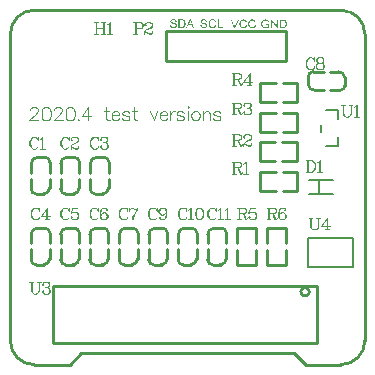
<source format=gto>
G04*
G04 #@! TF.GenerationSoftware,Altium Limited,Altium Designer,18.1.9 (240)*
G04*
G04 Layer_Color=65535*
%FSLAX24Y24*%
%MOIN*%
G70*
G01*
G75*
%ADD10C,0.0098*%
%ADD11C,0.0100*%
%ADD12C,0.0070*%
%ADD13C,0.0059*%
%ADD14C,0.0079*%
%ADD15C,0.0040*%
G36*
X6454Y11509D02*
X6456D01*
X6464Y11508D01*
X6473Y11507D01*
X6482Y11505D01*
X6492Y11502D01*
X6501Y11499D01*
X6502D01*
X6503Y11499D01*
X6504Y11498D01*
X6506Y11497D01*
X6510Y11495D01*
X6515Y11491D01*
X6521Y11487D01*
X6528Y11482D01*
X6533Y11475D01*
X6539Y11468D01*
Y11468D01*
X6539Y11468D01*
X6540Y11466D01*
X6541Y11465D01*
X6543Y11461D01*
X6545Y11455D01*
X6548Y11449D01*
X6550Y11441D01*
X6553Y11433D01*
X6553Y11423D01*
X6517Y11421D01*
Y11421D01*
Y11422D01*
X6516Y11423D01*
X6516Y11425D01*
X6515Y11430D01*
X6513Y11436D01*
X6511Y11443D01*
X6507Y11449D01*
X6502Y11455D01*
X6496Y11461D01*
X6496Y11462D01*
X6493Y11463D01*
X6489Y11466D01*
X6484Y11468D01*
X6477Y11471D01*
X6469Y11473D01*
X6458Y11475D01*
X6446Y11475D01*
X6441D01*
X6438Y11475D01*
X6435Y11475D01*
X6427Y11474D01*
X6419Y11472D01*
X6411Y11470D01*
X6403Y11467D01*
X6399Y11465D01*
X6396Y11463D01*
X6395Y11462D01*
X6394Y11460D01*
X6391Y11458D01*
X6389Y11454D01*
X6386Y11450D01*
X6383Y11445D01*
X6382Y11439D01*
X6381Y11432D01*
Y11431D01*
Y11430D01*
X6381Y11427D01*
X6382Y11423D01*
X6383Y11419D01*
X6385Y11415D01*
X6388Y11411D01*
X6392Y11407D01*
X6392Y11406D01*
X6394Y11405D01*
X6396Y11404D01*
X6397Y11403D01*
X6400Y11402D01*
X6403Y11400D01*
X6407Y11399D01*
X6411Y11397D01*
X6415Y11396D01*
X6421Y11393D01*
X6427Y11392D01*
X6433Y11390D01*
X6441Y11388D01*
X6449Y11386D01*
X6449D01*
X6451Y11386D01*
X6454Y11385D01*
X6456Y11384D01*
X6460Y11383D01*
X6465Y11382D01*
X6469Y11381D01*
X6474Y11380D01*
X6485Y11377D01*
X6496Y11374D01*
X6501Y11372D01*
X6505Y11371D01*
X6509Y11369D01*
X6513Y11368D01*
X6513D01*
X6514Y11367D01*
X6515Y11366D01*
X6517Y11366D01*
X6521Y11363D01*
X6527Y11360D01*
X6533Y11355D01*
X6539Y11350D01*
X6545Y11344D01*
X6550Y11338D01*
X6550Y11337D01*
X6552Y11335D01*
X6554Y11331D01*
X6556Y11326D01*
X6558Y11321D01*
X6560Y11314D01*
X6562Y11306D01*
X6562Y11297D01*
Y11297D01*
Y11297D01*
Y11295D01*
Y11294D01*
X6561Y11289D01*
X6560Y11283D01*
X6559Y11277D01*
X6557Y11270D01*
X6553Y11262D01*
X6549Y11254D01*
Y11254D01*
X6548Y11253D01*
X6546Y11251D01*
X6543Y11247D01*
X6539Y11243D01*
X6534Y11238D01*
X6527Y11232D01*
X6520Y11227D01*
X6511Y11223D01*
X6511D01*
X6510Y11222D01*
X6508Y11222D01*
X6507Y11221D01*
X6504Y11220D01*
X6501Y11219D01*
X6495Y11217D01*
X6487Y11215D01*
X6477Y11213D01*
X6467Y11212D01*
X6456Y11212D01*
X6449D01*
X6446Y11212D01*
X6442D01*
X6438Y11213D01*
X6433Y11213D01*
X6422Y11215D01*
X6412Y11216D01*
X6401Y11219D01*
X6390Y11223D01*
X6390D01*
X6389Y11223D01*
X6388Y11224D01*
X6386Y11225D01*
X6381Y11227D01*
X6375Y11231D01*
X6369Y11236D01*
X6362Y11242D01*
X6355Y11249D01*
X6349Y11257D01*
Y11257D01*
X6348Y11258D01*
X6347Y11260D01*
X6346Y11261D01*
X6345Y11263D01*
X6344Y11266D01*
X6341Y11272D01*
X6338Y11280D01*
X6336Y11289D01*
X6334Y11299D01*
X6333Y11309D01*
X6369Y11312D01*
Y11312D01*
Y11312D01*
X6370Y11310D01*
Y11309D01*
X6370Y11305D01*
X6372Y11299D01*
X6373Y11294D01*
X6375Y11288D01*
X6378Y11282D01*
X6381Y11277D01*
X6381Y11276D01*
X6382Y11274D01*
X6385Y11272D01*
X6388Y11269D01*
X6392Y11265D01*
X6397Y11261D01*
X6403Y11257D01*
X6409Y11254D01*
X6410D01*
X6410Y11254D01*
X6412Y11253D01*
X6413Y11253D01*
X6417Y11252D01*
X6422Y11250D01*
X6429Y11248D01*
X6436Y11247D01*
X6445Y11246D01*
X6454Y11246D01*
X6458D01*
X6462Y11246D01*
X6467Y11247D01*
X6473Y11247D01*
X6479Y11248D01*
X6486Y11250D01*
X6492Y11252D01*
X6493Y11252D01*
X6495Y11253D01*
X6498Y11255D01*
X6502Y11257D01*
X6506Y11260D01*
X6510Y11262D01*
X6514Y11266D01*
X6517Y11270D01*
X6518Y11270D01*
X6518Y11272D01*
X6520Y11274D01*
X6521Y11277D01*
X6523Y11281D01*
X6524Y11285D01*
X6525Y11289D01*
X6526Y11294D01*
Y11295D01*
Y11297D01*
X6525Y11299D01*
X6525Y11303D01*
X6523Y11306D01*
X6522Y11310D01*
X6520Y11314D01*
X6517Y11318D01*
X6517Y11319D01*
X6516Y11320D01*
X6514Y11322D01*
X6511Y11324D01*
X6508Y11326D01*
X6503Y11329D01*
X6498Y11332D01*
X6491Y11335D01*
X6491Y11335D01*
X6489Y11336D01*
X6486Y11337D01*
X6484Y11337D01*
X6481Y11338D01*
X6478Y11339D01*
X6474Y11340D01*
X6470Y11341D01*
X6465Y11343D01*
X6460Y11344D01*
X6454Y11346D01*
X6447Y11347D01*
X6440Y11349D01*
X6440D01*
X6439Y11349D01*
X6436Y11350D01*
X6434Y11351D01*
X6431Y11351D01*
X6427Y11352D01*
X6419Y11355D01*
X6409Y11358D01*
X6400Y11361D01*
X6392Y11364D01*
X6388Y11365D01*
X6385Y11367D01*
X6384D01*
X6384Y11367D01*
X6381Y11369D01*
X6377Y11371D01*
X6373Y11374D01*
X6368Y11378D01*
X6363Y11383D01*
X6358Y11388D01*
X6354Y11394D01*
X6354Y11395D01*
X6352Y11397D01*
X6351Y11400D01*
X6349Y11404D01*
X6347Y11410D01*
X6346Y11416D01*
X6345Y11423D01*
X6344Y11430D01*
Y11430D01*
Y11430D01*
Y11432D01*
Y11433D01*
X6345Y11438D01*
X6346Y11443D01*
X6347Y11449D01*
X6349Y11456D01*
X6352Y11463D01*
X6356Y11470D01*
Y11471D01*
X6357Y11471D01*
X6359Y11474D01*
X6362Y11477D01*
X6365Y11481D01*
X6370Y11486D01*
X6377Y11491D01*
X6384Y11495D01*
X6392Y11500D01*
X6393D01*
X6394Y11500D01*
X6395Y11500D01*
X6397Y11501D01*
X6399Y11502D01*
X6402Y11503D01*
X6408Y11505D01*
X6416Y11506D01*
X6425Y11508D01*
X6434Y11509D01*
X6445Y11510D01*
X6451D01*
X6454Y11509D01*
D02*
G37*
G36*
X6746D02*
X6750Y11509D01*
X6754Y11508D01*
X6759Y11508D01*
X6764Y11507D01*
X6776Y11504D01*
X6788Y11500D01*
X6794Y11498D01*
X6800Y11495D01*
X6806Y11491D01*
X6812Y11487D01*
X6812Y11487D01*
X6813Y11487D01*
X6815Y11485D01*
X6817Y11483D01*
X6819Y11481D01*
X6822Y11478D01*
X6825Y11475D01*
X6828Y11472D01*
X6831Y11468D01*
X6835Y11463D01*
X6838Y11458D01*
X6842Y11452D01*
X6845Y11446D01*
X6848Y11440D01*
X6850Y11433D01*
X6853Y11425D01*
X6815Y11417D01*
Y11417D01*
X6815Y11418D01*
X6814Y11420D01*
X6813Y11422D01*
X6813Y11424D01*
X6811Y11428D01*
X6808Y11434D01*
X6804Y11442D01*
X6799Y11449D01*
X6793Y11456D01*
X6786Y11463D01*
X6785Y11463D01*
X6783Y11465D01*
X6778Y11467D01*
X6773Y11470D01*
X6766Y11473D01*
X6758Y11475D01*
X6748Y11477D01*
X6738Y11477D01*
X6735D01*
X6733Y11477D01*
X6730D01*
X6726Y11476D01*
X6719Y11475D01*
X6710Y11473D01*
X6701Y11470D01*
X6691Y11466D01*
X6682Y11461D01*
X6682D01*
X6682Y11460D01*
X6679Y11458D01*
X6675Y11455D01*
X6670Y11450D01*
X6665Y11443D01*
X6660Y11436D01*
X6655Y11428D01*
X6651Y11418D01*
Y11418D01*
X6651Y11417D01*
X6650Y11416D01*
X6650Y11413D01*
X6649Y11411D01*
X6648Y11408D01*
X6647Y11401D01*
X6645Y11393D01*
X6644Y11383D01*
X6643Y11373D01*
X6642Y11363D01*
Y11362D01*
Y11361D01*
Y11359D01*
Y11356D01*
X6643Y11354D01*
Y11350D01*
X6643Y11346D01*
X6644Y11341D01*
X6645Y11331D01*
X6647Y11320D01*
X6649Y11309D01*
X6653Y11299D01*
Y11298D01*
X6653Y11297D01*
X6654Y11296D01*
X6655Y11294D01*
X6657Y11289D01*
X6661Y11283D01*
X6666Y11277D01*
X6672Y11270D01*
X6678Y11263D01*
X6686Y11257D01*
X6687D01*
X6687Y11257D01*
X6689Y11256D01*
X6690Y11255D01*
X6692Y11255D01*
X6695Y11253D01*
X6701Y11251D01*
X6708Y11248D01*
X6716Y11246D01*
X6726Y11245D01*
X6735Y11244D01*
X6738D01*
X6741Y11245D01*
X6744D01*
X6746Y11245D01*
X6754Y11247D01*
X6763Y11249D01*
X6771Y11252D01*
X6781Y11257D01*
X6785Y11259D01*
X6789Y11262D01*
X6790Y11263D01*
X6790Y11263D01*
X6791Y11265D01*
X6793Y11266D01*
X6795Y11268D01*
X6797Y11270D01*
X6799Y11273D01*
X6801Y11276D01*
X6804Y11280D01*
X6807Y11284D01*
X6809Y11288D01*
X6812Y11293D01*
X6814Y11299D01*
X6816Y11304D01*
X6818Y11311D01*
X6820Y11317D01*
X6858Y11308D01*
Y11307D01*
X6857Y11306D01*
X6857Y11303D01*
X6855Y11300D01*
X6854Y11296D01*
X6852Y11292D01*
X6850Y11287D01*
X6848Y11281D01*
X6842Y11270D01*
X6835Y11258D01*
X6830Y11252D01*
X6825Y11246D01*
X6820Y11241D01*
X6815Y11236D01*
X6814Y11236D01*
X6813Y11235D01*
X6811Y11234D01*
X6809Y11232D01*
X6806Y11230D01*
X6803Y11228D01*
X6798Y11226D01*
X6793Y11224D01*
X6788Y11222D01*
X6782Y11220D01*
X6776Y11217D01*
X6769Y11215D01*
X6762Y11214D01*
X6755Y11213D01*
X6747Y11212D01*
X6739Y11212D01*
X6734D01*
X6731Y11212D01*
X6727D01*
X6722Y11213D01*
X6717Y11213D01*
X6711Y11214D01*
X6699Y11216D01*
X6687Y11220D01*
X6674Y11224D01*
X6669Y11227D01*
X6663Y11230D01*
X6662Y11231D01*
X6662Y11231D01*
X6660Y11232D01*
X6658Y11234D01*
X6656Y11236D01*
X6653Y11238D01*
X6649Y11241D01*
X6646Y11245D01*
X6643Y11248D01*
X6639Y11252D01*
X6632Y11262D01*
X6625Y11273D01*
X6618Y11285D01*
Y11286D01*
X6617Y11287D01*
X6617Y11289D01*
X6616Y11292D01*
X6615Y11295D01*
X6614Y11299D01*
X6612Y11304D01*
X6611Y11309D01*
X6610Y11314D01*
X6608Y11320D01*
X6606Y11333D01*
X6604Y11348D01*
X6603Y11363D01*
Y11363D01*
Y11365D01*
Y11367D01*
X6604Y11370D01*
Y11374D01*
X6604Y11378D01*
X6605Y11384D01*
X6605Y11389D01*
X6607Y11401D01*
X6610Y11415D01*
X6615Y11428D01*
X6620Y11441D01*
X6621Y11441D01*
X6621Y11443D01*
X6622Y11444D01*
X6624Y11446D01*
X6625Y11449D01*
X6627Y11453D01*
X6633Y11460D01*
X6640Y11468D01*
X6648Y11477D01*
X6658Y11485D01*
X6669Y11492D01*
X6669Y11492D01*
X6671Y11493D01*
X6672Y11494D01*
X6674Y11495D01*
X6678Y11496D01*
X6681Y11497D01*
X6685Y11499D01*
X6690Y11501D01*
X6695Y11502D01*
X6700Y11504D01*
X6712Y11507D01*
X6725Y11509D01*
X6739Y11510D01*
X6743D01*
X6746Y11509D01*
D02*
G37*
G36*
X6942Y11251D02*
X7083D01*
Y11217D01*
X6903D01*
Y11505D01*
X6942D01*
Y11251D01*
D02*
G37*
G36*
X8067Y11504D02*
X8071Y11504D01*
X8075Y11503D01*
X8080Y11503D01*
X8085Y11502D01*
X8096Y11499D01*
X8109Y11495D01*
X8115Y11493D01*
X8121Y11490D01*
X8127Y11486D01*
X8132Y11482D01*
X8133Y11482D01*
X8134Y11482D01*
X8135Y11480D01*
X8137Y11478D01*
X8140Y11476D01*
X8142Y11473D01*
X8145Y11470D01*
X8149Y11467D01*
X8152Y11463D01*
X8155Y11458D01*
X8159Y11453D01*
X8162Y11447D01*
X8165Y11441D01*
X8169Y11435D01*
X8171Y11428D01*
X8174Y11421D01*
X8136Y11412D01*
Y11412D01*
X8136Y11413D01*
X8135Y11415D01*
X8134Y11417D01*
X8133Y11419D01*
X8132Y11423D01*
X8129Y11429D01*
X8125Y11437D01*
X8120Y11444D01*
X8113Y11451D01*
X8107Y11458D01*
X8106Y11458D01*
X8103Y11460D01*
X8099Y11462D01*
X8094Y11465D01*
X8087Y11468D01*
X8079Y11470D01*
X8069Y11472D01*
X8059Y11472D01*
X8056D01*
X8053Y11472D01*
X8051D01*
X8047Y11471D01*
X8039Y11470D01*
X8031Y11468D01*
X8021Y11465D01*
X8012Y11461D01*
X8003Y11456D01*
X8003D01*
X8002Y11455D01*
X7999Y11453D01*
X7996Y11450D01*
X7991Y11445D01*
X7986Y11438D01*
X7981Y11431D01*
X7976Y11423D01*
X7972Y11413D01*
Y11413D01*
X7972Y11412D01*
X7971Y11411D01*
X7971Y11408D01*
X7970Y11406D01*
X7969Y11403D01*
X7968Y11396D01*
X7966Y11388D01*
X7964Y11378D01*
X7964Y11368D01*
X7963Y11358D01*
Y11357D01*
Y11356D01*
Y11354D01*
Y11351D01*
X7964Y11349D01*
Y11345D01*
X7964Y11341D01*
X7964Y11336D01*
X7966Y11326D01*
X7968Y11315D01*
X7970Y11304D01*
X7974Y11294D01*
Y11293D01*
X7974Y11292D01*
X7975Y11291D01*
X7976Y11289D01*
X7978Y11284D01*
X7982Y11278D01*
X7986Y11272D01*
X7992Y11264D01*
X7999Y11258D01*
X8007Y11252D01*
X8007D01*
X8008Y11252D01*
X8009Y11251D01*
X8011Y11250D01*
X8013Y11250D01*
X8016Y11248D01*
X8021Y11246D01*
X8029Y11243D01*
X8037Y11241D01*
X8046Y11240D01*
X8056Y11239D01*
X8059D01*
X8061Y11240D01*
X8064D01*
X8067Y11240D01*
X8075Y11242D01*
X8083Y11244D01*
X8092Y11247D01*
X8101Y11252D01*
X8106Y11254D01*
X8110Y11257D01*
X8110Y11258D01*
X8111Y11258D01*
X8112Y11260D01*
X8114Y11261D01*
X8115Y11263D01*
X8118Y11265D01*
X8120Y11268D01*
X8122Y11271D01*
X8125Y11275D01*
X8127Y11279D01*
X8130Y11283D01*
X8132Y11288D01*
X8135Y11294D01*
X8137Y11299D01*
X8139Y11306D01*
X8140Y11312D01*
X8179Y11303D01*
Y11302D01*
X8178Y11301D01*
X8177Y11298D01*
X8176Y11295D01*
X8175Y11291D01*
X8173Y11287D01*
X8171Y11282D01*
X8169Y11276D01*
X8163Y11264D01*
X8155Y11253D01*
X8151Y11247D01*
X8146Y11241D01*
X8141Y11236D01*
X8135Y11231D01*
X8135Y11231D01*
X8134Y11230D01*
X8132Y11229D01*
X8130Y11227D01*
X8127Y11225D01*
X8123Y11223D01*
X8119Y11221D01*
X8114Y11219D01*
X8109Y11217D01*
X8103Y11215D01*
X8097Y11213D01*
X8090Y11210D01*
X8083Y11209D01*
X8076Y11208D01*
X8068Y11207D01*
X8059Y11207D01*
X8055D01*
X8051Y11207D01*
X8048D01*
X8043Y11208D01*
X8038Y11208D01*
X8032Y11209D01*
X8020Y11211D01*
X8008Y11215D01*
X7995Y11219D01*
X7989Y11222D01*
X7984Y11225D01*
X7983Y11226D01*
X7982Y11226D01*
X7981Y11227D01*
X7979Y11229D01*
X7976Y11231D01*
X7974Y11233D01*
X7970Y11236D01*
X7967Y11240D01*
X7964Y11243D01*
X7960Y11247D01*
X7952Y11257D01*
X7945Y11268D01*
X7939Y11280D01*
Y11281D01*
X7938Y11282D01*
X7938Y11284D01*
X7937Y11287D01*
X7936Y11290D01*
X7934Y11294D01*
X7933Y11299D01*
X7932Y11304D01*
X7930Y11309D01*
X7929Y11315D01*
X7927Y11328D01*
X7925Y11343D01*
X7924Y11358D01*
Y11358D01*
Y11360D01*
Y11362D01*
X7924Y11365D01*
Y11369D01*
X7925Y11373D01*
X7925Y11379D01*
X7926Y11384D01*
X7928Y11396D01*
X7931Y11410D01*
X7935Y11423D01*
X7941Y11436D01*
X7942Y11436D01*
X7942Y11438D01*
X7943Y11439D01*
X7944Y11441D01*
X7946Y11444D01*
X7948Y11448D01*
X7954Y11455D01*
X7961Y11463D01*
X7969Y11472D01*
X7979Y11480D01*
X7990Y11487D01*
X7990Y11487D01*
X7991Y11488D01*
X7993Y11489D01*
X7995Y11490D01*
X7999Y11491D01*
X8002Y11492D01*
X8006Y11494D01*
X8011Y11496D01*
X8016Y11497D01*
X8021Y11499D01*
X8033Y11502D01*
X8046Y11504D01*
X8060Y11505D01*
X8064D01*
X8067Y11504D01*
D02*
G37*
G36*
X7776D02*
X7780Y11504D01*
X7785Y11503D01*
X7789Y11503D01*
X7795Y11502D01*
X7806Y11499D01*
X7818Y11495D01*
X7825Y11493D01*
X7830Y11490D01*
X7836Y11486D01*
X7842Y11482D01*
X7843Y11482D01*
X7843Y11482D01*
X7845Y11480D01*
X7847Y11478D01*
X7849Y11476D01*
X7852Y11473D01*
X7855Y11470D01*
X7858Y11467D01*
X7862Y11463D01*
X7865Y11458D01*
X7869Y11453D01*
X7872Y11447D01*
X7875Y11441D01*
X7878Y11435D01*
X7881Y11428D01*
X7883Y11421D01*
X7846Y11412D01*
Y11412D01*
X7845Y11413D01*
X7845Y11415D01*
X7844Y11417D01*
X7843Y11419D01*
X7842Y11423D01*
X7838Y11429D01*
X7834Y11437D01*
X7829Y11444D01*
X7823Y11451D01*
X7816Y11458D01*
X7815Y11458D01*
X7813Y11460D01*
X7809Y11462D01*
X7803Y11465D01*
X7796Y11468D01*
X7788Y11470D01*
X7779Y11472D01*
X7768Y11472D01*
X7765D01*
X7763Y11472D01*
X7760D01*
X7757Y11471D01*
X7749Y11470D01*
X7740Y11468D01*
X7731Y11465D01*
X7721Y11461D01*
X7713Y11456D01*
X7712D01*
X7712Y11455D01*
X7709Y11453D01*
X7705Y11450D01*
X7701Y11445D01*
X7695Y11438D01*
X7690Y11431D01*
X7686Y11423D01*
X7682Y11413D01*
Y11413D01*
X7681Y11412D01*
X7681Y11411D01*
X7680Y11408D01*
X7679Y11406D01*
X7679Y11403D01*
X7677Y11396D01*
X7676Y11388D01*
X7674Y11378D01*
X7673Y11368D01*
X7673Y11358D01*
Y11357D01*
Y11356D01*
Y11354D01*
Y11351D01*
X7673Y11349D01*
Y11345D01*
X7674Y11341D01*
X7674Y11336D01*
X7675Y11326D01*
X7677Y11315D01*
X7680Y11304D01*
X7683Y11294D01*
Y11293D01*
X7684Y11292D01*
X7684Y11291D01*
X7685Y11289D01*
X7688Y11284D01*
X7692Y11278D01*
X7696Y11272D01*
X7702Y11264D01*
X7709Y11258D01*
X7716Y11252D01*
X7717D01*
X7718Y11252D01*
X7719Y11251D01*
X7721Y11250D01*
X7723Y11250D01*
X7725Y11248D01*
X7731Y11246D01*
X7739Y11243D01*
X7747Y11241D01*
X7756Y11240D01*
X7766Y11239D01*
X7768D01*
X7771Y11240D01*
X7774D01*
X7777Y11240D01*
X7784Y11242D01*
X7793Y11244D01*
X7802Y11247D01*
X7811Y11252D01*
X7815Y11254D01*
X7820Y11257D01*
X7820Y11258D01*
X7820Y11258D01*
X7822Y11260D01*
X7823Y11261D01*
X7825Y11263D01*
X7827Y11265D01*
X7830Y11268D01*
X7832Y11271D01*
X7834Y11275D01*
X7837Y11279D01*
X7840Y11283D01*
X7842Y11288D01*
X7844Y11294D01*
X7846Y11299D01*
X7848Y11306D01*
X7850Y11312D01*
X7888Y11303D01*
Y11302D01*
X7888Y11301D01*
X7887Y11298D01*
X7886Y11295D01*
X7885Y11291D01*
X7883Y11287D01*
X7881Y11282D01*
X7878Y11276D01*
X7872Y11264D01*
X7865Y11253D01*
X7860Y11247D01*
X7856Y11241D01*
X7851Y11236D01*
X7845Y11231D01*
X7845Y11231D01*
X7844Y11230D01*
X7842Y11229D01*
X7840Y11227D01*
X7836Y11225D01*
X7833Y11223D01*
X7828Y11221D01*
X7824Y11219D01*
X7818Y11217D01*
X7813Y11215D01*
X7806Y11213D01*
X7800Y11210D01*
X7793Y11209D01*
X7785Y11208D01*
X7777Y11207D01*
X7769Y11207D01*
X7764D01*
X7761Y11207D01*
X7757D01*
X7753Y11208D01*
X7748Y11208D01*
X7742Y11209D01*
X7730Y11211D01*
X7717Y11215D01*
X7705Y11219D01*
X7699Y11222D01*
X7693Y11225D01*
X7693Y11226D01*
X7692Y11226D01*
X7690Y11227D01*
X7689Y11229D01*
X7686Y11231D01*
X7683Y11233D01*
X7680Y11236D01*
X7677Y11240D01*
X7673Y11243D01*
X7669Y11247D01*
X7662Y11257D01*
X7655Y11268D01*
X7649Y11280D01*
Y11281D01*
X7648Y11282D01*
X7647Y11284D01*
X7646Y11287D01*
X7645Y11290D01*
X7644Y11294D01*
X7642Y11299D01*
X7641Y11304D01*
X7640Y11309D01*
X7638Y11315D01*
X7636Y11328D01*
X7635Y11343D01*
X7634Y11358D01*
Y11358D01*
Y11360D01*
Y11362D01*
X7634Y11365D01*
Y11369D01*
X7635Y11373D01*
X7635Y11379D01*
X7636Y11384D01*
X7638Y11396D01*
X7641Y11410D01*
X7645Y11423D01*
X7651Y11436D01*
X7651Y11436D01*
X7652Y11438D01*
X7652Y11439D01*
X7654Y11441D01*
X7656Y11444D01*
X7658Y11448D01*
X7663Y11455D01*
X7670Y11463D01*
X7679Y11472D01*
X7688Y11480D01*
X7699Y11487D01*
X7700Y11487D01*
X7701Y11488D01*
X7703Y11489D01*
X7705Y11490D01*
X7708Y11491D01*
X7711Y11492D01*
X7716Y11494D01*
X7720Y11496D01*
X7725Y11497D01*
X7731Y11499D01*
X7742Y11502D01*
X7756Y11504D01*
X7769Y11505D01*
X7773D01*
X7776Y11504D01*
D02*
G37*
G36*
X7498Y11212D02*
X7458D01*
X7347Y11500D01*
X7388D01*
X7463Y11290D01*
Y11290D01*
X7464Y11289D01*
X7464Y11288D01*
X7465Y11286D01*
X7465Y11284D01*
X7466Y11281D01*
X7468Y11275D01*
X7471Y11268D01*
X7473Y11260D01*
X7478Y11243D01*
Y11244D01*
X7479Y11245D01*
X7479Y11246D01*
X7479Y11247D01*
X7481Y11252D01*
X7483Y11258D01*
X7485Y11265D01*
X7487Y11273D01*
X7490Y11282D01*
X7494Y11290D01*
X7572Y11500D01*
X7610D01*
X7498Y11212D01*
D02*
G37*
G36*
X5440Y11517D02*
X5443D01*
X5451Y11517D01*
X5460Y11515D01*
X5469Y11513D01*
X5479Y11511D01*
X5488Y11507D01*
X5488D01*
X5489Y11507D01*
X5491Y11506D01*
X5492Y11505D01*
X5496Y11503D01*
X5502Y11500D01*
X5508Y11495D01*
X5514Y11490D01*
X5520Y11484D01*
X5526Y11477D01*
Y11476D01*
X5526Y11476D01*
X5527Y11475D01*
X5528Y11473D01*
X5530Y11469D01*
X5532Y11464D01*
X5535Y11457D01*
X5537Y11449D01*
X5539Y11441D01*
X5540Y11432D01*
X5503Y11429D01*
Y11429D01*
Y11430D01*
X5503Y11431D01*
X5503Y11433D01*
X5501Y11438D01*
X5500Y11444D01*
X5497Y11451D01*
X5493Y11458D01*
X5489Y11464D01*
X5483Y11470D01*
X5482Y11470D01*
X5480Y11472D01*
X5476Y11474D01*
X5471Y11477D01*
X5464Y11479D01*
X5455Y11482D01*
X5445Y11483D01*
X5433Y11484D01*
X5427D01*
X5425Y11483D01*
X5422Y11483D01*
X5414Y11482D01*
X5406Y11480D01*
X5397Y11478D01*
X5389Y11475D01*
X5386Y11473D01*
X5383Y11471D01*
X5382Y11470D01*
X5380Y11469D01*
X5378Y11466D01*
X5375Y11463D01*
X5372Y11458D01*
X5370Y11453D01*
X5368Y11447D01*
X5367Y11440D01*
Y11440D01*
Y11438D01*
X5368Y11435D01*
X5369Y11432D01*
X5370Y11428D01*
X5372Y11423D01*
X5375Y11419D01*
X5378Y11415D01*
X5379Y11415D01*
X5381Y11413D01*
X5382Y11412D01*
X5384Y11411D01*
X5387Y11410D01*
X5389Y11408D01*
X5393Y11407D01*
X5397Y11406D01*
X5402Y11404D01*
X5407Y11402D01*
X5413Y11400D01*
X5420Y11398D01*
X5427Y11396D01*
X5436Y11394D01*
X5436D01*
X5438Y11394D01*
X5440Y11393D01*
X5443Y11393D01*
X5447Y11392D01*
X5451Y11391D01*
X5456Y11389D01*
X5461Y11388D01*
X5472Y11385D01*
X5482Y11382D01*
X5487Y11381D01*
X5492Y11379D01*
X5496Y11378D01*
X5499Y11376D01*
X5500D01*
X5501Y11376D01*
X5502Y11375D01*
X5503Y11374D01*
X5508Y11371D01*
X5513Y11368D01*
X5520Y11364D01*
X5526Y11359D01*
X5532Y11353D01*
X5537Y11346D01*
X5537Y11346D01*
X5539Y11344D01*
X5540Y11340D01*
X5543Y11335D01*
X5545Y11329D01*
X5547Y11322D01*
X5548Y11314D01*
X5549Y11306D01*
Y11305D01*
Y11305D01*
Y11304D01*
Y11302D01*
X5548Y11297D01*
X5547Y11292D01*
X5545Y11285D01*
X5543Y11278D01*
X5540Y11270D01*
X5535Y11262D01*
Y11262D01*
X5535Y11262D01*
X5533Y11259D01*
X5530Y11255D01*
X5526Y11251D01*
X5521Y11246D01*
X5514Y11241D01*
X5506Y11236D01*
X5498Y11231D01*
X5497D01*
X5496Y11231D01*
X5495Y11230D01*
X5493Y11230D01*
X5491Y11229D01*
X5488Y11227D01*
X5481Y11226D01*
X5473Y11224D01*
X5464Y11222D01*
X5454Y11220D01*
X5442Y11220D01*
X5436D01*
X5432Y11220D01*
X5429D01*
X5424Y11221D01*
X5419Y11221D01*
X5409Y11223D01*
X5398Y11225D01*
X5387Y11227D01*
X5377Y11231D01*
X5377D01*
X5376Y11232D01*
X5375Y11232D01*
X5373Y11233D01*
X5368Y11236D01*
X5362Y11240D01*
X5355Y11245D01*
X5348Y11250D01*
X5342Y11257D01*
X5335Y11265D01*
Y11266D01*
X5335Y11267D01*
X5334Y11268D01*
X5333Y11270D01*
X5332Y11272D01*
X5331Y11274D01*
X5328Y11280D01*
X5325Y11288D01*
X5322Y11297D01*
X5321Y11307D01*
X5320Y11317D01*
X5356Y11321D01*
Y11320D01*
Y11320D01*
X5356Y11319D01*
Y11317D01*
X5357Y11313D01*
X5358Y11308D01*
X5360Y11302D01*
X5362Y11296D01*
X5365Y11290D01*
X5367Y11285D01*
X5368Y11284D01*
X5369Y11283D01*
X5371Y11280D01*
X5375Y11277D01*
X5379Y11273D01*
X5383Y11270D01*
X5389Y11266D01*
X5396Y11262D01*
X5397D01*
X5397Y11262D01*
X5398Y11262D01*
X5399Y11261D01*
X5404Y11260D01*
X5409Y11258D01*
X5416Y11257D01*
X5423Y11255D01*
X5431Y11255D01*
X5441Y11254D01*
X5444D01*
X5449Y11255D01*
X5454Y11255D01*
X5459Y11256D01*
X5466Y11257D01*
X5473Y11258D01*
X5479Y11260D01*
X5480Y11261D01*
X5482Y11262D01*
X5485Y11263D01*
X5488Y11265D01*
X5492Y11268D01*
X5496Y11271D01*
X5501Y11274D01*
X5504Y11278D01*
X5504Y11279D01*
X5505Y11280D01*
X5506Y11282D01*
X5508Y11286D01*
X5510Y11289D01*
X5511Y11293D01*
X5512Y11298D01*
X5512Y11303D01*
Y11303D01*
Y11305D01*
X5512Y11308D01*
X5511Y11311D01*
X5510Y11314D01*
X5509Y11319D01*
X5507Y11323D01*
X5504Y11327D01*
X5503Y11327D01*
X5502Y11328D01*
X5501Y11330D01*
X5498Y11332D01*
X5494Y11335D01*
X5490Y11338D01*
X5484Y11341D01*
X5478Y11343D01*
X5478Y11344D01*
X5476Y11344D01*
X5472Y11345D01*
X5470Y11346D01*
X5467Y11346D01*
X5464Y11348D01*
X5461Y11349D01*
X5456Y11350D01*
X5451Y11351D01*
X5446Y11352D01*
X5441Y11354D01*
X5434Y11356D01*
X5427Y11357D01*
X5426D01*
X5425Y11358D01*
X5423Y11358D01*
X5421Y11359D01*
X5417Y11360D01*
X5414Y11361D01*
X5405Y11363D01*
X5396Y11366D01*
X5387Y11369D01*
X5378Y11372D01*
X5375Y11373D01*
X5371Y11375D01*
X5371D01*
X5370Y11376D01*
X5368Y11377D01*
X5364Y11379D01*
X5360Y11383D01*
X5355Y11386D01*
X5350Y11391D01*
X5345Y11396D01*
X5341Y11402D01*
X5340Y11403D01*
X5339Y11405D01*
X5337Y11408D01*
X5336Y11413D01*
X5334Y11418D01*
X5332Y11424D01*
X5331Y11431D01*
X5331Y11438D01*
Y11438D01*
Y11439D01*
Y11440D01*
Y11442D01*
X5332Y11446D01*
X5332Y11451D01*
X5334Y11458D01*
X5336Y11465D01*
X5339Y11472D01*
X5343Y11479D01*
Y11479D01*
X5343Y11480D01*
X5345Y11482D01*
X5348Y11485D01*
X5352Y11490D01*
X5357Y11494D01*
X5363Y11499D01*
X5371Y11504D01*
X5379Y11508D01*
X5379D01*
X5380Y11508D01*
X5382Y11509D01*
X5383Y11510D01*
X5385Y11510D01*
X5388Y11511D01*
X5394Y11513D01*
X5402Y11515D01*
X5412Y11516D01*
X5421Y11517D01*
X5432Y11518D01*
X5437D01*
X5440Y11517D01*
D02*
G37*
G36*
X6129Y11225D02*
X6086D01*
X6052Y11312D01*
X5932D01*
X5900Y11225D01*
X5860D01*
X5970Y11513D01*
X6011D01*
X6129Y11225D01*
D02*
G37*
G36*
X5719Y11512D02*
X5728Y11512D01*
X5736Y11511D01*
X5744Y11510D01*
X5751Y11509D01*
X5752D01*
X5753Y11508D01*
X5754D01*
X5756Y11507D01*
X5760Y11506D01*
X5766Y11504D01*
X5773Y11501D01*
X5780Y11497D01*
X5787Y11493D01*
X5793Y11488D01*
X5794Y11487D01*
X5794Y11487D01*
X5795Y11486D01*
X5797Y11485D01*
X5801Y11480D01*
X5806Y11475D01*
X5812Y11468D01*
X5818Y11459D01*
X5823Y11450D01*
X5828Y11439D01*
Y11438D01*
X5828Y11438D01*
X5829Y11436D01*
X5829Y11433D01*
X5830Y11430D01*
X5831Y11427D01*
X5832Y11423D01*
X5833Y11419D01*
X5835Y11414D01*
X5835Y11409D01*
X5838Y11397D01*
X5839Y11384D01*
X5839Y11370D01*
Y11370D01*
Y11369D01*
Y11367D01*
Y11365D01*
X5839Y11362D01*
Y11359D01*
X5838Y11351D01*
X5837Y11341D01*
X5836Y11332D01*
X5834Y11322D01*
X5831Y11312D01*
Y11312D01*
X5831Y11311D01*
X5830Y11309D01*
X5830Y11308D01*
X5828Y11303D01*
X5826Y11297D01*
X5823Y11291D01*
X5820Y11284D01*
X5816Y11277D01*
X5812Y11270D01*
X5811Y11270D01*
X5810Y11267D01*
X5807Y11265D01*
X5804Y11261D01*
X5800Y11257D01*
X5795Y11252D01*
X5791Y11248D01*
X5785Y11244D01*
X5785Y11244D01*
X5783Y11242D01*
X5780Y11241D01*
X5776Y11239D01*
X5771Y11236D01*
X5765Y11234D01*
X5758Y11232D01*
X5751Y11230D01*
X5750D01*
X5749Y11229D01*
X5748Y11229D01*
X5743Y11228D01*
X5738Y11227D01*
X5731Y11227D01*
X5723Y11226D01*
X5714Y11225D01*
X5705Y11225D01*
X5601D01*
Y11513D01*
X5712D01*
X5719Y11512D01*
D02*
G37*
G36*
X8512Y11504D02*
X8515D01*
X8523Y11503D01*
X8532Y11502D01*
X8541Y11500D01*
X8551Y11497D01*
X8561Y11494D01*
X8561D01*
X8562Y11494D01*
X8563Y11493D01*
X8565Y11492D01*
X8569Y11490D01*
X8575Y11487D01*
X8581Y11483D01*
X8588Y11478D01*
X8594Y11473D01*
X8600Y11466D01*
X8601Y11465D01*
X8603Y11463D01*
X8605Y11459D01*
X8608Y11453D01*
X8612Y11447D01*
X8615Y11438D01*
X8619Y11429D01*
X8622Y11419D01*
X8588Y11410D01*
Y11410D01*
X8587Y11411D01*
X8587Y11412D01*
X8586Y11413D01*
X8585Y11417D01*
X8583Y11422D01*
X8581Y11428D01*
X8578Y11433D01*
X8575Y11439D01*
X8571Y11444D01*
X8571Y11445D01*
X8570Y11446D01*
X8567Y11448D01*
X8564Y11451D01*
X8561Y11455D01*
X8556Y11458D01*
X8550Y11461D01*
X8544Y11464D01*
X8543Y11465D01*
X8541Y11465D01*
X8537Y11467D01*
X8532Y11468D01*
X8526Y11470D01*
X8520Y11471D01*
X8512Y11472D01*
X8504Y11472D01*
X8500D01*
X8498Y11472D01*
X8495D01*
X8489Y11471D01*
X8482Y11470D01*
X8474Y11469D01*
X8466Y11467D01*
X8459Y11464D01*
X8458Y11463D01*
X8456Y11463D01*
X8452Y11460D01*
X8448Y11458D01*
X8443Y11455D01*
X8438Y11452D01*
X8433Y11448D01*
X8428Y11443D01*
X8428Y11443D01*
X8426Y11441D01*
X8424Y11438D01*
X8422Y11435D01*
X8419Y11430D01*
X8416Y11425D01*
X8413Y11420D01*
X8410Y11414D01*
Y11414D01*
X8410Y11413D01*
X8409Y11412D01*
X8408Y11410D01*
X8407Y11407D01*
X8407Y11404D01*
X8405Y11401D01*
X8405Y11397D01*
X8402Y11388D01*
X8401Y11378D01*
X8400Y11368D01*
X8399Y11356D01*
Y11356D01*
Y11355D01*
Y11353D01*
X8400Y11350D01*
Y11347D01*
X8400Y11343D01*
X8400Y11339D01*
X8401Y11334D01*
X8402Y11324D01*
X8405Y11313D01*
X8408Y11302D01*
X8412Y11292D01*
Y11291D01*
X8413Y11290D01*
X8413Y11289D01*
X8414Y11287D01*
X8417Y11283D01*
X8422Y11277D01*
X8427Y11271D01*
X8434Y11264D01*
X8442Y11259D01*
X8451Y11253D01*
X8451D01*
X8452Y11253D01*
X8453Y11252D01*
X8455Y11251D01*
X8457Y11250D01*
X8460Y11250D01*
X8467Y11247D01*
X8475Y11245D01*
X8484Y11243D01*
X8494Y11241D01*
X8505Y11241D01*
X8509D01*
X8511Y11241D01*
X8514D01*
X8520Y11242D01*
X8528Y11243D01*
X8536Y11245D01*
X8544Y11247D01*
X8553Y11250D01*
X8553D01*
X8554Y11250D01*
X8555Y11251D01*
X8557Y11252D01*
X8561Y11254D01*
X8566Y11256D01*
X8572Y11259D01*
X8578Y11262D01*
X8584Y11266D01*
X8589Y11270D01*
Y11324D01*
X8504D01*
Y11359D01*
X8627D01*
Y11252D01*
X8626Y11251D01*
X8625Y11251D01*
X8624Y11250D01*
X8622Y11248D01*
X8619Y11246D01*
X8616Y11244D01*
X8613Y11242D01*
X8609Y11239D01*
X8600Y11234D01*
X8590Y11228D01*
X8580Y11222D01*
X8568Y11218D01*
X8568D01*
X8567Y11217D01*
X8565Y11217D01*
X8563Y11216D01*
X8561Y11215D01*
X8557Y11214D01*
X8553Y11213D01*
X8550Y11213D01*
X8541Y11210D01*
X8530Y11208D01*
X8519Y11207D01*
X8507Y11207D01*
X8503D01*
X8500Y11207D01*
X8496D01*
X8492Y11208D01*
X8487Y11208D01*
X8481Y11209D01*
X8469Y11211D01*
X8457Y11214D01*
X8443Y11219D01*
X8437Y11221D01*
X8430Y11225D01*
X8429Y11225D01*
X8428Y11225D01*
X8427Y11227D01*
X8424Y11228D01*
X8421Y11230D01*
X8418Y11232D01*
X8410Y11238D01*
X8402Y11245D01*
X8393Y11255D01*
X8385Y11265D01*
X8377Y11277D01*
Y11277D01*
X8377Y11279D01*
X8376Y11280D01*
X8375Y11283D01*
X8373Y11286D01*
X8372Y11290D01*
X8370Y11294D01*
X8369Y11299D01*
X8367Y11305D01*
X8365Y11311D01*
X8364Y11317D01*
X8363Y11324D01*
X8361Y11339D01*
X8360Y11354D01*
Y11354D01*
Y11356D01*
Y11358D01*
X8360Y11361D01*
Y11365D01*
X8361Y11369D01*
X8362Y11374D01*
X8362Y11379D01*
X8363Y11385D01*
X8364Y11391D01*
X8367Y11405D01*
X8372Y11418D01*
X8377Y11432D01*
X8378Y11433D01*
X8378Y11434D01*
X8379Y11435D01*
X8381Y11438D01*
X8382Y11441D01*
X8385Y11445D01*
X8390Y11453D01*
X8397Y11462D01*
X8406Y11470D01*
X8416Y11479D01*
X8422Y11483D01*
X8428Y11487D01*
X8428Y11487D01*
X8429Y11487D01*
X8431Y11488D01*
X8434Y11490D01*
X8437Y11491D01*
X8441Y11492D01*
X8445Y11494D01*
X8450Y11496D01*
X8455Y11497D01*
X8461Y11499D01*
X8467Y11500D01*
X8474Y11502D01*
X8489Y11504D01*
X8496Y11505D01*
X8509D01*
X8512Y11504D01*
D02*
G37*
G36*
X8909Y11212D02*
X8870D01*
X8719Y11438D01*
Y11212D01*
X8682D01*
Y11500D01*
X8722D01*
X8873Y11273D01*
Y11500D01*
X8909D01*
Y11212D01*
D02*
G37*
G36*
X9091Y11499D02*
X9100Y11499D01*
X9108Y11498D01*
X9116Y11497D01*
X9123Y11495D01*
X9124D01*
X9125Y11495D01*
X9126D01*
X9128Y11494D01*
X9132Y11493D01*
X9138Y11491D01*
X9145Y11488D01*
X9152Y11484D01*
X9159Y11480D01*
X9165Y11475D01*
X9166Y11474D01*
X9166Y11474D01*
X9167Y11473D01*
X9169Y11471D01*
X9173Y11467D01*
X9178Y11461D01*
X9184Y11454D01*
X9190Y11446D01*
X9195Y11436D01*
X9199Y11425D01*
Y11425D01*
X9200Y11424D01*
X9201Y11423D01*
X9201Y11420D01*
X9202Y11417D01*
X9203Y11414D01*
X9204Y11410D01*
X9205Y11406D01*
X9207Y11401D01*
X9207Y11396D01*
X9209Y11384D01*
X9211Y11371D01*
X9211Y11357D01*
Y11356D01*
Y11356D01*
Y11354D01*
Y11351D01*
X9211Y11349D01*
Y11345D01*
X9210Y11337D01*
X9209Y11328D01*
X9208Y11319D01*
X9206Y11309D01*
X9203Y11299D01*
Y11298D01*
X9203Y11297D01*
X9202Y11296D01*
X9202Y11294D01*
X9200Y11290D01*
X9198Y11284D01*
X9195Y11277D01*
X9192Y11271D01*
X9188Y11264D01*
X9184Y11257D01*
X9183Y11256D01*
X9182Y11254D01*
X9179Y11251D01*
X9176Y11247D01*
X9172Y11243D01*
X9167Y11239D01*
X9163Y11235D01*
X9157Y11231D01*
X9157Y11230D01*
X9155Y11229D01*
X9152Y11227D01*
X9148Y11225D01*
X9143Y11223D01*
X9137Y11221D01*
X9130Y11218D01*
X9123Y11216D01*
X9122D01*
X9121Y11216D01*
X9120Y11215D01*
X9115Y11215D01*
X9110Y11214D01*
X9103Y11213D01*
X9095Y11213D01*
X9086Y11212D01*
X9077Y11212D01*
X8973D01*
Y11500D01*
X9084D01*
X9091Y11499D01*
D02*
G37*
%LPC*%
G36*
X5990Y11483D02*
Y11482D01*
X5989Y11482D01*
Y11480D01*
X5989Y11478D01*
X5988Y11475D01*
X5987Y11473D01*
X5986Y11465D01*
X5984Y11457D01*
X5981Y11448D01*
X5978Y11438D01*
X5974Y11428D01*
X5943Y11344D01*
X6040D01*
X6010Y11423D01*
Y11423D01*
X6010Y11424D01*
X6009Y11426D01*
X6008Y11429D01*
X6007Y11432D01*
X6006Y11435D01*
X6004Y11440D01*
X6003Y11444D01*
X5999Y11453D01*
X5996Y11463D01*
X5993Y11473D01*
X5990Y11483D01*
D02*
G37*
G36*
X5706Y11479D02*
X5639D01*
Y11259D01*
X5708D01*
X5711Y11260D01*
X5717Y11260D01*
X5724Y11260D01*
X5731Y11261D01*
X5739Y11262D01*
X5745Y11264D01*
X5746Y11265D01*
X5748Y11265D01*
X5751Y11266D01*
X5755Y11268D01*
X5759Y11270D01*
X5763Y11273D01*
X5767Y11276D01*
X5771Y11279D01*
X5772Y11280D01*
X5773Y11282D01*
X5776Y11284D01*
X5779Y11289D01*
X5782Y11294D01*
X5786Y11300D01*
X5789Y11307D01*
X5792Y11315D01*
Y11316D01*
X5793Y11317D01*
X5793Y11318D01*
X5793Y11319D01*
X5794Y11322D01*
X5795Y11324D01*
X5795Y11327D01*
X5796Y11331D01*
X5798Y11339D01*
X5799Y11349D01*
X5800Y11359D01*
X5800Y11371D01*
Y11371D01*
Y11373D01*
Y11375D01*
X5800Y11379D01*
Y11382D01*
X5799Y11386D01*
X5799Y11391D01*
X5798Y11396D01*
X5796Y11408D01*
X5794Y11419D01*
X5790Y11430D01*
X5788Y11435D01*
X5785Y11440D01*
Y11440D01*
X5784Y11441D01*
X5783Y11443D01*
X5783Y11444D01*
X5779Y11448D01*
X5775Y11453D01*
X5770Y11459D01*
X5763Y11464D01*
X5756Y11469D01*
X5749Y11473D01*
X5748Y11473D01*
X5746Y11473D01*
X5742Y11475D01*
X5737Y11476D01*
X5730Y11477D01*
X5722Y11478D01*
X5717Y11478D01*
X5711D01*
X5706Y11479D01*
D02*
G37*
G36*
X9078Y11465D02*
X9011D01*
Y11246D01*
X9080D01*
X9083Y11246D01*
X9089Y11247D01*
X9096Y11247D01*
X9103Y11248D01*
X9111Y11249D01*
X9117Y11251D01*
X9118Y11251D01*
X9120Y11252D01*
X9123Y11253D01*
X9127Y11255D01*
X9131Y11257D01*
X9135Y11260D01*
X9139Y11262D01*
X9143Y11266D01*
X9144Y11267D01*
X9145Y11268D01*
X9148Y11271D01*
X9151Y11275D01*
X9154Y11281D01*
X9158Y11287D01*
X9161Y11294D01*
X9164Y11302D01*
Y11302D01*
X9165Y11303D01*
X9165Y11304D01*
X9165Y11306D01*
X9166Y11308D01*
X9167Y11311D01*
X9167Y11314D01*
X9168Y11317D01*
X9170Y11326D01*
X9171Y11335D01*
X9172Y11346D01*
X9172Y11358D01*
Y11358D01*
Y11360D01*
Y11362D01*
X9172Y11365D01*
Y11369D01*
X9171Y11373D01*
X9171Y11378D01*
X9170Y11383D01*
X9168Y11394D01*
X9166Y11406D01*
X9162Y11417D01*
X9160Y11422D01*
X9157Y11427D01*
Y11427D01*
X9156Y11428D01*
X9155Y11429D01*
X9155Y11431D01*
X9151Y11435D01*
X9147Y11440D01*
X9142Y11445D01*
X9135Y11451D01*
X9128Y11455D01*
X9121Y11459D01*
X9120Y11460D01*
X9118Y11460D01*
X9114Y11461D01*
X9109Y11463D01*
X9102Y11463D01*
X9094Y11465D01*
X9089Y11465D01*
X9083D01*
X9078Y11465D01*
D02*
G37*
%LPD*%
D10*
X5593Y3487D02*
G03*
X5753Y3327I160J0D01*
G01*
X6003D02*
G03*
X6213Y3537I0J210D01*
G01*
Y4387D02*
G03*
X6053Y4547I-160J0D01*
G01*
X5803D02*
G03*
X5593Y4337I0J-210D01*
G01*
X1882Y4547D02*
G03*
X1672Y4337I0J-210D01*
G01*
X2292Y4387D02*
G03*
X2132Y4547I-160J0D01*
G01*
X2082Y3327D02*
G03*
X2292Y3537I0J210D01*
G01*
X1672Y3487D02*
G03*
X1832Y3327I160J0D01*
G01*
X11149Y9551D02*
G03*
X10939Y9761I-210J0D01*
G01*
X10989Y9141D02*
G03*
X11149Y9301I0J160D01*
G01*
X9929Y9351D02*
G03*
X10139Y9141I210J0D01*
G01*
X10089Y9761D02*
G03*
X9929Y9601I0J-160D01*
G01*
X6786Y4547D02*
G03*
X6576Y4337I0J-210D01*
G01*
X7196Y4387D02*
G03*
X7036Y4547I-160J0D01*
G01*
X6986Y3327D02*
G03*
X7196Y3537I0J210D01*
G01*
X6576Y3487D02*
G03*
X6736Y3327I160J0D01*
G01*
X4820Y4547D02*
G03*
X4610Y4337I0J-210D01*
G01*
X5230Y4387D02*
G03*
X5070Y4547I-160J0D01*
G01*
X5020Y3327D02*
G03*
X5230Y3537I0J210D01*
G01*
X4610Y3487D02*
G03*
X4770Y3327I160J0D01*
G01*
X3836Y4547D02*
G03*
X3626Y4337I0J-210D01*
G01*
X4246Y4387D02*
G03*
X4086Y4547I-160J0D01*
G01*
X4036Y3327D02*
G03*
X4246Y3537I0J210D01*
G01*
X3626Y3487D02*
G03*
X3786Y3327I160J0D01*
G01*
X2853Y4547D02*
G03*
X2643Y4337I0J-210D01*
G01*
X3263Y4387D02*
G03*
X3103Y4547I-160J0D01*
G01*
X3053Y3327D02*
G03*
X3263Y3537I0J210D01*
G01*
X2643Y3487D02*
G03*
X2803Y3327I160J0D01*
G01*
X900Y4547D02*
G03*
X690Y4337I0J-210D01*
G01*
X1310Y4387D02*
G03*
X1150Y4547I-160J0D01*
G01*
X1100Y3327D02*
G03*
X1310Y3537I0J210D01*
G01*
X690Y3487D02*
G03*
X850Y3327I160J0D01*
G01*
X2869Y6909D02*
G03*
X2659Y6699I0J-210D01*
G01*
X3279Y6749D02*
G03*
X3119Y6909I-160J0D01*
G01*
X3068Y5689D02*
G03*
X3279Y5899I0J210D01*
G01*
X2659Y5849D02*
G03*
X2819Y5689I160J0D01*
G01*
X1884Y6909D02*
G03*
X1674Y6699I0J-210D01*
G01*
X2294Y6749D02*
G03*
X2134Y6909I-160J0D01*
G01*
X2084Y5689D02*
G03*
X2294Y5899I0J210D01*
G01*
X1674Y5849D02*
G03*
X1834Y5689I160J0D01*
G01*
X900Y6909D02*
G03*
X690Y6699I0J-210D01*
G01*
X1310Y6749D02*
G03*
X1150Y6909I-160J0D01*
G01*
X1100Y5689D02*
G03*
X1310Y5899I0J210D01*
G01*
X690Y5849D02*
G03*
X850Y5689I160J0D01*
G01*
X5593Y3827D02*
Y3837D01*
Y3487D02*
Y3827D01*
X5753Y3327D02*
X6023D01*
X6213Y3517D02*
Y3837D01*
Y4037D02*
Y4047D01*
Y4387D01*
X5783Y4547D02*
X6053D01*
X5593Y4037D02*
Y4357D01*
X1672Y4037D02*
Y4357D01*
X1862Y4547D02*
X2132D01*
X2292Y4047D02*
Y4387D01*
Y4037D02*
Y4047D01*
Y3517D02*
Y3837D01*
X1832Y3327D02*
X2102D01*
X1672Y3487D02*
Y3827D01*
Y3837D01*
X10639Y9761D02*
X10959D01*
X11149Y9301D02*
Y9571D01*
X10649Y9141D02*
X10989D01*
X10639D02*
X10649D01*
X10119D02*
X10439D01*
X9929Y9331D02*
Y9601D01*
X10089Y9761D02*
X10429D01*
X10439D01*
X8543Y4044D02*
Y4050D01*
Y4547D01*
X9173D01*
Y4044D02*
Y4547D01*
X8543Y3313D02*
Y3807D01*
Y3313D02*
X9173D01*
Y3807D01*
X8190Y3810D02*
Y3816D01*
Y3313D02*
Y3810D01*
X7560Y3313D02*
X8190D01*
X7560D02*
Y3816D01*
X8190Y4053D02*
Y4547D01*
X7560D02*
X8190D01*
X7560Y4053D02*
Y4547D01*
X8830Y8740D02*
X8836D01*
X8333D02*
X8830D01*
X8333D02*
Y9370D01*
X8836D01*
X9073Y8740D02*
X9567D01*
Y9370D01*
X9073D02*
X9567D01*
X8830Y7756D02*
X8836D01*
X8333D02*
X8830D01*
X8333D02*
Y8386D01*
X8836D01*
X9073Y7756D02*
X9567D01*
Y8386D01*
X9073D02*
X9567D01*
X9064Y7402D02*
X9070D01*
X9567D01*
Y6772D02*
Y7402D01*
X9064Y6772D02*
X9567D01*
X8333Y7402D02*
X8827D01*
X8333Y6772D02*
Y7402D01*
Y6772D02*
X8827D01*
X8830Y5787D02*
X8836D01*
X8333D02*
X8830D01*
X8333D02*
Y6417D01*
X8836D01*
X9073Y5787D02*
X9567D01*
Y6417D01*
X9073D02*
X9567D01*
X6576Y4037D02*
Y4357D01*
X6766Y4547D02*
X7036D01*
X7196Y4047D02*
Y4387D01*
Y4037D02*
Y4047D01*
Y3517D02*
Y3837D01*
X6736Y3327D02*
X7006D01*
X6576Y3487D02*
Y3827D01*
Y3837D01*
X4610Y4037D02*
Y4357D01*
X4800Y4547D02*
X5070D01*
X5230Y4047D02*
Y4387D01*
Y4037D02*
Y4047D01*
Y3517D02*
Y3837D01*
X4770Y3327D02*
X5040D01*
X4610Y3487D02*
Y3827D01*
Y3837D01*
X3626Y4037D02*
Y4357D01*
X3816Y4547D02*
X4086D01*
X4246Y4047D02*
Y4387D01*
Y4037D02*
Y4047D01*
Y3517D02*
Y3837D01*
X3786Y3327D02*
X4056D01*
X3626Y3487D02*
Y3827D01*
Y3837D01*
X2643Y4037D02*
Y4357D01*
X2833Y4547D02*
X3103D01*
X3263Y4047D02*
Y4387D01*
Y4037D02*
Y4047D01*
Y3517D02*
Y3837D01*
X2803Y3327D02*
X3073D01*
X2643Y3487D02*
Y3827D01*
Y3837D01*
X690Y4037D02*
Y4357D01*
X880Y4547D02*
X1150D01*
X1310Y4047D02*
Y4387D01*
Y4037D02*
Y4047D01*
Y3517D02*
Y3837D01*
X850Y3327D02*
X1120D01*
X690Y3487D02*
Y3827D01*
Y3837D01*
X2659Y6399D02*
Y6719D01*
X2849Y6909D02*
X3119D01*
X3279Y6409D02*
Y6749D01*
Y6399D02*
Y6409D01*
Y5879D02*
Y6199D01*
X2819Y5689D02*
X3088D01*
X2659Y5849D02*
Y6189D01*
Y6199D01*
X1674Y6399D02*
Y6719D01*
X1864Y6909D02*
X2134D01*
X2294Y6409D02*
Y6749D01*
Y6399D02*
Y6409D01*
Y5879D02*
Y6199D01*
X1834Y5689D02*
X2104D01*
X1674Y5849D02*
Y6189D01*
Y6199D01*
X690Y6399D02*
Y6719D01*
X880Y6909D02*
X1150D01*
X1310Y6409D02*
Y6749D01*
Y6399D02*
Y6409D01*
Y5879D02*
Y6199D01*
X850Y5689D02*
X1120D01*
X690Y5849D02*
Y6189D01*
Y6199D01*
D11*
X9964Y2425D02*
G03*
X9964Y2425I-144J0D01*
G01*
X10227Y725D02*
Y2625D01*
X1427Y725D02*
X10227D01*
X1427D02*
Y2625D01*
X10227D01*
X9193Y10130D02*
Y11130D01*
X5193D02*
X9193D01*
X5193Y10130D02*
Y11130D01*
Y10130D02*
X9193D01*
X11024Y0D02*
G03*
X11811Y787I0J787D01*
G01*
Y11024D02*
G03*
X11024Y11811I-787J0D01*
G01*
X787D02*
G03*
X0Y11024I0J-787D01*
G01*
Y787D02*
G03*
X787Y0I787J0D01*
G01*
X9843Y0D02*
X11024D01*
X9449Y394D02*
X9843Y0D01*
X2362Y394D02*
X9449D01*
X1969Y0D02*
X2362Y394D01*
X787Y0D02*
X1969D01*
X11811Y787D02*
Y11024D01*
X787Y11811D02*
X11024D01*
X0Y787D02*
Y11024D01*
D12*
X10530Y8474D02*
X10930D01*
Y8174D02*
Y8474D01*
X10530Y7274D02*
X10930D01*
Y7574D01*
X10360Y7748D02*
Y7984D01*
D13*
X9930Y3248D02*
X11406D01*
X9930D02*
Y4232D01*
X11406D01*
Y3248D02*
Y4232D01*
D14*
X10283Y5669D02*
Y6142D01*
X9949D02*
X10736D01*
X9949Y5669D02*
X10736D01*
D15*
X656Y8483D02*
Y8504D01*
X678Y8547D01*
X699Y8568D01*
X742Y8590D01*
X828D01*
X871Y8568D01*
X892Y8547D01*
X914Y8504D01*
Y8461D01*
X892Y8419D01*
X849Y8354D01*
X635Y8140D01*
X935D01*
X1164Y8590D02*
X1100Y8568D01*
X1057Y8504D01*
X1036Y8397D01*
Y8333D01*
X1057Y8226D01*
X1100Y8161D01*
X1164Y8140D01*
X1207D01*
X1271Y8161D01*
X1314Y8226D01*
X1336Y8333D01*
Y8397D01*
X1314Y8504D01*
X1271Y8568D01*
X1207Y8590D01*
X1164D01*
X1458Y8483D02*
Y8504D01*
X1479Y8547D01*
X1501Y8568D01*
X1543Y8590D01*
X1629D01*
X1672Y8568D01*
X1693Y8547D01*
X1715Y8504D01*
Y8461D01*
X1693Y8419D01*
X1651Y8354D01*
X1436Y8140D01*
X1736D01*
X1965Y8590D02*
X1901Y8568D01*
X1858Y8504D01*
X1837Y8397D01*
Y8333D01*
X1858Y8226D01*
X1901Y8161D01*
X1965Y8140D01*
X2008D01*
X2073Y8161D01*
X2115Y8226D01*
X2137Y8333D01*
Y8397D01*
X2115Y8504D01*
X2073Y8568D01*
X2008Y8590D01*
X1965D01*
X2259Y8183D02*
X2238Y8161D01*
X2259Y8140D01*
X2280Y8161D01*
X2259Y8183D01*
X2593Y8590D02*
X2379Y8290D01*
X2700D01*
X2593Y8590D02*
Y8140D01*
X3197Y8590D02*
Y8226D01*
X3219Y8161D01*
X3262Y8140D01*
X3304D01*
X3133Y8440D02*
X3283D01*
X3369Y8311D02*
X3626D01*
Y8354D01*
X3604Y8397D01*
X3583Y8419D01*
X3540Y8440D01*
X3476D01*
X3433Y8419D01*
X3390Y8376D01*
X3369Y8311D01*
Y8269D01*
X3390Y8204D01*
X3433Y8161D01*
X3476Y8140D01*
X3540D01*
X3583Y8161D01*
X3626Y8204D01*
X3958Y8376D02*
X3936Y8419D01*
X3872Y8440D01*
X3808D01*
X3744Y8419D01*
X3722Y8376D01*
X3744Y8333D01*
X3787Y8311D01*
X3894Y8290D01*
X3936Y8269D01*
X3958Y8226D01*
Y8204D01*
X3936Y8161D01*
X3872Y8140D01*
X3808D01*
X3744Y8161D01*
X3722Y8204D01*
X4116Y8590D02*
Y8226D01*
X4138Y8161D01*
X4181Y8140D01*
X4224D01*
X4052Y8440D02*
X4202D01*
X4641D02*
X4770Y8140D01*
X4898Y8440D02*
X4770Y8140D01*
X4971Y8311D02*
X5228D01*
Y8354D01*
X5207Y8397D01*
X5186Y8419D01*
X5143Y8440D01*
X5078D01*
X5036Y8419D01*
X4993Y8376D01*
X4971Y8311D01*
Y8269D01*
X4993Y8204D01*
X5036Y8161D01*
X5078Y8140D01*
X5143D01*
X5186Y8161D01*
X5228Y8204D01*
X5325Y8440D02*
Y8140D01*
Y8311D02*
X5346Y8376D01*
X5389Y8419D01*
X5432Y8440D01*
X5496D01*
X5773Y8376D02*
X5751Y8419D01*
X5687Y8440D01*
X5623D01*
X5558Y8419D01*
X5537Y8376D01*
X5558Y8333D01*
X5601Y8311D01*
X5708Y8290D01*
X5751Y8269D01*
X5773Y8226D01*
Y8204D01*
X5751Y8161D01*
X5687Y8140D01*
X5623D01*
X5558Y8161D01*
X5537Y8204D01*
X5910Y8590D02*
X5931Y8568D01*
X5952Y8590D01*
X5931Y8611D01*
X5910Y8590D01*
X5931Y8440D02*
Y8140D01*
X6139Y8440D02*
X6096Y8419D01*
X6053Y8376D01*
X6032Y8311D01*
Y8269D01*
X6053Y8204D01*
X6096Y8161D01*
X6139Y8140D01*
X6203D01*
X6246Y8161D01*
X6289Y8204D01*
X6310Y8269D01*
Y8311D01*
X6289Y8376D01*
X6246Y8419D01*
X6203Y8440D01*
X6139D01*
X6409D02*
Y8140D01*
Y8354D02*
X6473Y8419D01*
X6516Y8440D01*
X6580D01*
X6623Y8419D01*
X6644Y8354D01*
Y8140D01*
X6998Y8376D02*
X6977Y8419D01*
X6912Y8440D01*
X6848D01*
X6784Y8419D01*
X6762Y8376D01*
X6784Y8333D01*
X6827Y8311D01*
X6934Y8290D01*
X6977Y8269D01*
X6998Y8226D01*
Y8204D01*
X6977Y8161D01*
X6912Y8140D01*
X6848D01*
X6784Y8161D01*
X6762Y8204D01*
X5848Y5173D02*
X5867Y5117D01*
Y5230D01*
X5848Y5173D01*
X5811Y5211D01*
X5755Y5230D01*
X5717D01*
X5661Y5211D01*
X5623Y5173D01*
X5605Y5136D01*
X5586Y5080D01*
Y4986D01*
X5605Y4930D01*
X5623Y4892D01*
X5661Y4855D01*
X5717Y4836D01*
X5755D01*
X5811Y4855D01*
X5848Y4892D01*
X5867Y4930D01*
X5717Y5230D02*
X5680Y5211D01*
X5642Y5173D01*
X5623Y5136D01*
X5605Y5080D01*
Y4986D01*
X5623Y4930D01*
X5642Y4892D01*
X5680Y4855D01*
X5717Y4836D01*
X5923Y5155D02*
X5961Y5173D01*
X6017Y5230D01*
Y4836D01*
X5998Y5211D02*
Y4836D01*
X5923D02*
X6092D01*
X6272Y5230D02*
X6216Y5211D01*
X6178Y5155D01*
X6160Y5061D01*
Y5005D01*
X6178Y4911D01*
X6216Y4855D01*
X6272Y4836D01*
X6309D01*
X6366Y4855D01*
X6403Y4911D01*
X6422Y5005D01*
Y5061D01*
X6403Y5155D01*
X6366Y5211D01*
X6309Y5230D01*
X6272D01*
X6235Y5211D01*
X6216Y5192D01*
X6197Y5155D01*
X6178Y5061D01*
Y5005D01*
X6197Y4911D01*
X6216Y4873D01*
X6235Y4855D01*
X6272Y4836D01*
X6309D02*
X6347Y4855D01*
X6366Y4873D01*
X6384Y4911D01*
X6403Y5005D01*
Y5061D01*
X6384Y5155D01*
X6366Y5192D01*
X6347Y5211D01*
X6309Y5230D01*
X11080Y8661D02*
Y8380D01*
X11099Y8324D01*
X11136Y8286D01*
X11192Y8268D01*
X11230D01*
X11286Y8286D01*
X11324Y8324D01*
X11342Y8380D01*
Y8661D01*
X11099D02*
Y8380D01*
X11117Y8324D01*
X11155Y8286D01*
X11192Y8268D01*
X11024Y8661D02*
X11155D01*
X11286D02*
X11398D01*
X11445Y8586D02*
X11483Y8605D01*
X11539Y8661D01*
Y8268D01*
X11520Y8643D02*
Y8268D01*
X11445D02*
X11614D01*
X9992Y4900D02*
Y4618D01*
X10011Y4562D01*
X10048Y4525D01*
X10105Y4506D01*
X10142D01*
X10198Y4525D01*
X10236Y4562D01*
X10255Y4618D01*
Y4900D01*
X10011D02*
Y4618D01*
X10030Y4562D01*
X10067Y4525D01*
X10105Y4506D01*
X9936Y4900D02*
X10067D01*
X10198D02*
X10311D01*
X10545Y4862D02*
Y4506D01*
X10658Y4618D02*
X10358D01*
X10564Y4900D01*
Y4506D01*
X10489D02*
X10620D01*
X685Y2756D02*
Y2475D01*
X704Y2418D01*
X742Y2381D01*
X798Y2362D01*
X835D01*
X892Y2381D01*
X929Y2418D01*
X948Y2475D01*
Y2756D01*
X704D02*
Y2475D01*
X723Y2418D01*
X760Y2381D01*
X798Y2362D01*
X629Y2756D02*
X760D01*
X892D02*
X1004D01*
X1070Y2681D02*
X1088Y2662D01*
X1070Y2643D01*
X1051Y2662D01*
Y2681D01*
X1070Y2718D01*
X1088Y2737D01*
X1145Y2756D01*
X1220D01*
X1276Y2737D01*
X1295Y2700D01*
Y2643D01*
X1276Y2606D01*
X1220Y2587D01*
X1163D01*
X1220Y2756D02*
X1257Y2737D01*
X1276Y2700D01*
Y2643D01*
X1257Y2606D01*
X1220Y2587D01*
X1257Y2568D01*
X1295Y2531D01*
X1313Y2493D01*
Y2437D01*
X1295Y2400D01*
X1276Y2381D01*
X1220Y2362D01*
X1145D01*
X1088Y2381D01*
X1070Y2400D01*
X1051Y2437D01*
Y2456D01*
X1070Y2475D01*
X1088Y2456D01*
X1070Y2437D01*
X1276Y2550D02*
X1295Y2493D01*
Y2437D01*
X1276Y2400D01*
X1257Y2381D01*
X1220Y2362D01*
X8592Y5230D02*
Y4836D01*
X8611Y5230D02*
Y4836D01*
X8536Y5230D02*
X8761D01*
X8817Y5211D01*
X8836Y5192D01*
X8855Y5155D01*
Y5117D01*
X8836Y5080D01*
X8817Y5061D01*
X8761Y5042D01*
X8611D01*
X8761Y5230D02*
X8798Y5211D01*
X8817Y5192D01*
X8836Y5155D01*
Y5117D01*
X8817Y5080D01*
X8798Y5061D01*
X8761Y5042D01*
X8536Y4836D02*
X8667D01*
X8705Y5042D02*
X8742Y5023D01*
X8761Y5005D01*
X8817Y4873D01*
X8836Y4855D01*
X8855D01*
X8873Y4873D01*
X8742Y5023D02*
X8761Y4986D01*
X8798Y4855D01*
X8817Y4836D01*
X8855D01*
X8873Y4873D01*
Y4892D01*
X9149Y5173D02*
X9130Y5155D01*
X9149Y5136D01*
X9168Y5155D01*
Y5173D01*
X9149Y5211D01*
X9111Y5230D01*
X9055D01*
X8999Y5211D01*
X8961Y5173D01*
X8943Y5136D01*
X8924Y5061D01*
Y4948D01*
X8943Y4892D01*
X8980Y4855D01*
X9036Y4836D01*
X9074D01*
X9130Y4855D01*
X9168Y4892D01*
X9186Y4948D01*
Y4967D01*
X9168Y5023D01*
X9130Y5061D01*
X9074Y5080D01*
X9055D01*
X8999Y5061D01*
X8961Y5023D01*
X8943Y4967D01*
X9055Y5230D02*
X9018Y5211D01*
X8980Y5173D01*
X8961Y5136D01*
X8943Y5061D01*
Y4948D01*
X8961Y4892D01*
X8999Y4855D01*
X9036Y4836D01*
X9074D02*
X9111Y4855D01*
X9149Y4892D01*
X9168Y4948D01*
Y4967D01*
X9149Y5023D01*
X9111Y5061D01*
X9074Y5080D01*
X7602Y5230D02*
Y4836D01*
X7621Y5230D02*
Y4836D01*
X7546Y5230D02*
X7771D01*
X7827Y5211D01*
X7846Y5192D01*
X7865Y5155D01*
Y5117D01*
X7846Y5080D01*
X7827Y5061D01*
X7771Y5042D01*
X7621D01*
X7771Y5230D02*
X7808Y5211D01*
X7827Y5192D01*
X7846Y5155D01*
Y5117D01*
X7827Y5080D01*
X7808Y5061D01*
X7771Y5042D01*
X7546Y4836D02*
X7677D01*
X7715Y5042D02*
X7752Y5023D01*
X7771Y5005D01*
X7827Y4873D01*
X7846Y4855D01*
X7865D01*
X7883Y4873D01*
X7752Y5023D02*
X7771Y4986D01*
X7808Y4855D01*
X7827Y4836D01*
X7865D01*
X7883Y4873D01*
Y4892D01*
X7971Y5230D02*
X7934Y5042D01*
X7971Y5080D01*
X8028Y5098D01*
X8084D01*
X8140Y5080D01*
X8178Y5042D01*
X8196Y4986D01*
Y4948D01*
X8178Y4892D01*
X8140Y4855D01*
X8084Y4836D01*
X8028D01*
X7971Y4855D01*
X7953Y4873D01*
X7934Y4911D01*
Y4930D01*
X7953Y4948D01*
X7971Y4930D01*
X7953Y4911D01*
X8084Y5098D02*
X8121Y5080D01*
X8159Y5042D01*
X8178Y4986D01*
Y4948D01*
X8159Y4892D01*
X8121Y4855D01*
X8084Y4836D01*
X7971Y5230D02*
X8159D01*
X7971Y5211D02*
X8065D01*
X8159Y5230D01*
X7432Y9714D02*
Y9320D01*
X7451Y9714D02*
Y9320D01*
X7376Y9714D02*
X7601D01*
X7657Y9695D01*
X7676Y9676D01*
X7694Y9639D01*
Y9601D01*
X7676Y9564D01*
X7657Y9545D01*
X7601Y9526D01*
X7451D01*
X7601Y9714D02*
X7638Y9695D01*
X7657Y9676D01*
X7676Y9639D01*
Y9601D01*
X7657Y9564D01*
X7638Y9545D01*
X7601Y9526D01*
X7376Y9320D02*
X7507D01*
X7544Y9526D02*
X7582Y9507D01*
X7601Y9489D01*
X7657Y9358D01*
X7676Y9339D01*
X7694D01*
X7713Y9358D01*
X7582Y9507D02*
X7601Y9470D01*
X7638Y9339D01*
X7657Y9320D01*
X7694D01*
X7713Y9358D01*
Y9376D01*
X7951Y9676D02*
Y9320D01*
X8064Y9432D02*
X7764D01*
X7970Y9714D01*
Y9320D01*
X7895D02*
X8026D01*
X7432Y8729D02*
Y8336D01*
X7451Y8729D02*
Y8336D01*
X7376Y8729D02*
X7601D01*
X7657Y8711D01*
X7676Y8692D01*
X7694Y8654D01*
Y8617D01*
X7676Y8579D01*
X7657Y8561D01*
X7601Y8542D01*
X7451D01*
X7601Y8729D02*
X7638Y8711D01*
X7657Y8692D01*
X7676Y8654D01*
Y8617D01*
X7657Y8579D01*
X7638Y8561D01*
X7601Y8542D01*
X7376Y8336D02*
X7507D01*
X7544Y8542D02*
X7582Y8523D01*
X7601Y8504D01*
X7657Y8373D01*
X7676Y8355D01*
X7694D01*
X7713Y8373D01*
X7582Y8523D02*
X7601Y8486D01*
X7638Y8355D01*
X7657Y8336D01*
X7694D01*
X7713Y8373D01*
Y8392D01*
X7782Y8654D02*
X7801Y8636D01*
X7782Y8617D01*
X7764Y8636D01*
Y8654D01*
X7782Y8692D01*
X7801Y8711D01*
X7857Y8729D01*
X7932D01*
X7989Y8711D01*
X8007Y8673D01*
Y8617D01*
X7989Y8579D01*
X7932Y8561D01*
X7876D01*
X7932Y8729D02*
X7970Y8711D01*
X7989Y8673D01*
Y8617D01*
X7970Y8579D01*
X7932Y8561D01*
X7970Y8542D01*
X8007Y8504D01*
X8026Y8467D01*
Y8411D01*
X8007Y8373D01*
X7989Y8355D01*
X7932Y8336D01*
X7857D01*
X7801Y8355D01*
X7782Y8373D01*
X7764Y8411D01*
Y8429D01*
X7782Y8448D01*
X7801Y8429D01*
X7782Y8411D01*
X7989Y8523D02*
X8007Y8467D01*
Y8411D01*
X7989Y8373D01*
X7970Y8355D01*
X7932Y8336D01*
X7432Y7677D02*
Y7283D01*
X7451Y7677D02*
Y7283D01*
X7376Y7677D02*
X7601D01*
X7657Y7658D01*
X7676Y7640D01*
X7694Y7602D01*
Y7565D01*
X7676Y7527D01*
X7657Y7508D01*
X7601Y7490D01*
X7451D01*
X7601Y7677D02*
X7638Y7658D01*
X7657Y7640D01*
X7676Y7602D01*
Y7565D01*
X7657Y7527D01*
X7638Y7508D01*
X7601Y7490D01*
X7376Y7283D02*
X7507D01*
X7544Y7490D02*
X7582Y7471D01*
X7601Y7452D01*
X7657Y7321D01*
X7676Y7302D01*
X7694D01*
X7713Y7321D01*
X7582Y7471D02*
X7601Y7433D01*
X7638Y7302D01*
X7657Y7283D01*
X7694D01*
X7713Y7321D01*
Y7340D01*
X7782Y7602D02*
X7801Y7583D01*
X7782Y7565D01*
X7764Y7583D01*
Y7602D01*
X7782Y7640D01*
X7801Y7658D01*
X7857Y7677D01*
X7932D01*
X7989Y7658D01*
X8007Y7640D01*
X8026Y7602D01*
Y7565D01*
X8007Y7527D01*
X7951Y7490D01*
X7857Y7452D01*
X7820Y7433D01*
X7782Y7396D01*
X7764Y7340D01*
Y7283D01*
X7932Y7677D02*
X7970Y7658D01*
X7989Y7640D01*
X8007Y7602D01*
Y7565D01*
X7989Y7527D01*
X7932Y7490D01*
X7857Y7452D01*
X7764Y7321D02*
X7782Y7340D01*
X7820D01*
X7914Y7302D01*
X7970D01*
X8007Y7321D01*
X8026Y7340D01*
Y7377D01*
X7820Y7340D02*
X7914Y7283D01*
X7989D01*
X8007Y7302D01*
X8026Y7340D01*
X7432Y6761D02*
Y6367D01*
X7451Y6761D02*
Y6367D01*
X7376Y6761D02*
X7601D01*
X7657Y6742D01*
X7676Y6723D01*
X7694Y6686D01*
Y6648D01*
X7676Y6611D01*
X7657Y6592D01*
X7601Y6573D01*
X7451D01*
X7601Y6761D02*
X7638Y6742D01*
X7657Y6723D01*
X7676Y6686D01*
Y6648D01*
X7657Y6611D01*
X7638Y6592D01*
X7601Y6573D01*
X7376Y6367D02*
X7507D01*
X7544Y6573D02*
X7582Y6555D01*
X7601Y6536D01*
X7657Y6405D01*
X7676Y6386D01*
X7694D01*
X7713Y6405D01*
X7582Y6555D02*
X7601Y6517D01*
X7638Y6386D01*
X7657Y6367D01*
X7694D01*
X7713Y6405D01*
Y6424D01*
X7764Y6686D02*
X7801Y6705D01*
X7857Y6761D01*
Y6367D01*
X7839Y6742D02*
Y6367D01*
X7764D02*
X7932D01*
X4151Y11417D02*
Y11024D01*
X4169Y11417D02*
Y11024D01*
X4094Y11417D02*
X4319D01*
X4376Y11399D01*
X4394Y11380D01*
X4413Y11342D01*
Y11286D01*
X4394Y11249D01*
X4376Y11230D01*
X4319Y11211D01*
X4169D01*
X4319Y11417D02*
X4357Y11399D01*
X4376Y11380D01*
X4394Y11342D01*
Y11286D01*
X4376Y11249D01*
X4357Y11230D01*
X4319Y11211D01*
X4094Y11024D02*
X4226D01*
X4484Y11342D02*
X4503Y11324D01*
X4484Y11305D01*
X4466Y11324D01*
Y11342D01*
X4484Y11380D01*
X4503Y11399D01*
X4559Y11417D01*
X4634D01*
X4691Y11399D01*
X4709Y11380D01*
X4728Y11342D01*
Y11305D01*
X4709Y11267D01*
X4653Y11230D01*
X4559Y11192D01*
X4522Y11174D01*
X4484Y11136D01*
X4466Y11080D01*
Y11024D01*
X4634Y11417D02*
X4672Y11399D01*
X4691Y11380D01*
X4709Y11342D01*
Y11305D01*
X4691Y11267D01*
X4634Y11230D01*
X4559Y11192D01*
X4466Y11061D02*
X4484Y11080D01*
X4522D01*
X4616Y11042D01*
X4672D01*
X4709Y11061D01*
X4728Y11080D01*
Y11117D01*
X4522Y11080D02*
X4616Y11024D01*
X4691D01*
X4709Y11042D01*
X4728Y11080D01*
X2846Y11417D02*
Y11024D01*
X2865Y11417D02*
Y11024D01*
X3090Y11417D02*
Y11024D01*
X3109Y11417D02*
Y11024D01*
X2790Y11417D02*
X2921D01*
X3034D02*
X3165D01*
X2865Y11230D02*
X3090D01*
X2790Y11024D02*
X2921D01*
X3034D02*
X3165D01*
X3212Y11342D02*
X3249Y11361D01*
X3305Y11417D01*
Y11024D01*
X3287Y11399D02*
Y11024D01*
X3212D02*
X3380D01*
X9899Y6820D02*
Y6426D01*
X9917Y6820D02*
Y6426D01*
X9843Y6820D02*
X10030D01*
X10086Y6801D01*
X10124Y6763D01*
X10142Y6726D01*
X10161Y6670D01*
Y6576D01*
X10142Y6520D01*
X10124Y6482D01*
X10086Y6445D01*
X10030Y6426D01*
X9843D01*
X10030Y6820D02*
X10067Y6801D01*
X10105Y6763D01*
X10124Y6726D01*
X10142Y6670D01*
Y6576D01*
X10124Y6520D01*
X10105Y6482D01*
X10067Y6445D01*
X10030Y6426D01*
X10214Y6745D02*
X10251Y6763D01*
X10307Y6820D01*
Y6426D01*
X10289Y6801D02*
Y6426D01*
X10214D02*
X10382D01*
X6828Y5173D02*
X6847Y5117D01*
Y5230D01*
X6828Y5173D01*
X6791Y5211D01*
X6735Y5230D01*
X6697D01*
X6641Y5211D01*
X6603Y5173D01*
X6585Y5136D01*
X6566Y5080D01*
Y4986D01*
X6585Y4930D01*
X6603Y4892D01*
X6641Y4855D01*
X6697Y4836D01*
X6735D01*
X6791Y4855D01*
X6828Y4892D01*
X6847Y4930D01*
X6697Y5230D02*
X6660Y5211D01*
X6622Y5173D01*
X6603Y5136D01*
X6585Y5080D01*
Y4986D01*
X6603Y4930D01*
X6622Y4892D01*
X6660Y4855D01*
X6697Y4836D01*
X6903Y5155D02*
X6941Y5173D01*
X6997Y5230D01*
Y4836D01*
X6978Y5211D02*
Y4836D01*
X6903D02*
X7072D01*
X7140Y5155D02*
X7177Y5173D01*
X7233Y5230D01*
Y4836D01*
X7215Y5211D02*
Y4836D01*
X7140D02*
X7308D01*
X4858Y5173D02*
X4877Y5117D01*
Y5230D01*
X4858Y5173D01*
X4821Y5211D01*
X4765Y5230D01*
X4727D01*
X4671Y5211D01*
X4633Y5173D01*
X4615Y5136D01*
X4596Y5080D01*
Y4986D01*
X4615Y4930D01*
X4633Y4892D01*
X4671Y4855D01*
X4727Y4836D01*
X4765D01*
X4821Y4855D01*
X4858Y4892D01*
X4877Y4930D01*
X4727Y5230D02*
X4690Y5211D01*
X4652Y5173D01*
X4633Y5136D01*
X4615Y5080D01*
Y4986D01*
X4633Y4930D01*
X4652Y4892D01*
X4690Y4855D01*
X4727Y4836D01*
X5177Y5098D02*
X5158Y5042D01*
X5121Y5005D01*
X5065Y4986D01*
X5046D01*
X4990Y5005D01*
X4952Y5042D01*
X4933Y5098D01*
Y5117D01*
X4952Y5173D01*
X4990Y5211D01*
X5046Y5230D01*
X5083D01*
X5140Y5211D01*
X5177Y5173D01*
X5196Y5117D01*
Y5005D01*
X5177Y4930D01*
X5158Y4892D01*
X5121Y4855D01*
X5065Y4836D01*
X5008D01*
X4971Y4855D01*
X4952Y4892D01*
Y4911D01*
X4971Y4930D01*
X4990Y4911D01*
X4971Y4892D01*
X5046Y4986D02*
X5008Y5005D01*
X4971Y5042D01*
X4952Y5098D01*
Y5117D01*
X4971Y5173D01*
X5008Y5211D01*
X5046Y5230D01*
X5083D02*
X5121Y5211D01*
X5158Y5173D01*
X5177Y5117D01*
Y5005D01*
X5158Y4930D01*
X5140Y4892D01*
X5102Y4855D01*
X5065Y4836D01*
X10105Y10180D02*
X10124Y10124D01*
Y10236D01*
X10105Y10180D01*
X10067Y10217D01*
X10011Y10236D01*
X9974D01*
X9917Y10217D01*
X9880Y10180D01*
X9861Y10142D01*
X9843Y10086D01*
Y9992D01*
X9861Y9936D01*
X9880Y9899D01*
X9917Y9861D01*
X9974Y9843D01*
X10011D01*
X10067Y9861D01*
X10105Y9899D01*
X10124Y9936D01*
X9974Y10236D02*
X9936Y10217D01*
X9899Y10180D01*
X9880Y10142D01*
X9861Y10086D01*
Y9992D01*
X9880Y9936D01*
X9899Y9899D01*
X9936Y9861D01*
X9974Y9843D01*
X10274Y10236D02*
X10217Y10217D01*
X10199Y10180D01*
Y10124D01*
X10217Y10086D01*
X10274Y10067D01*
X10349D01*
X10405Y10086D01*
X10424Y10124D01*
Y10180D01*
X10405Y10217D01*
X10349Y10236D01*
X10274D01*
X10236Y10217D01*
X10217Y10180D01*
Y10124D01*
X10236Y10086D01*
X10274Y10067D01*
X10349D02*
X10386Y10086D01*
X10405Y10124D01*
Y10180D01*
X10386Y10217D01*
X10349Y10236D01*
X10274Y10067D02*
X10217Y10049D01*
X10199Y10030D01*
X10180Y9992D01*
Y9918D01*
X10199Y9880D01*
X10217Y9861D01*
X10274Y9843D01*
X10349D01*
X10405Y9861D01*
X10424Y9880D01*
X10442Y9918D01*
Y9992D01*
X10424Y10030D01*
X10405Y10049D01*
X10349Y10067D01*
X10274D02*
X10236Y10049D01*
X10217Y10030D01*
X10199Y9992D01*
Y9918D01*
X10217Y9880D01*
X10236Y9861D01*
X10274Y9843D01*
X10349D02*
X10386Y9861D01*
X10405Y9880D01*
X10424Y9918D01*
Y9992D01*
X10405Y10030D01*
X10386Y10049D01*
X10349Y10067D01*
X3878Y5173D02*
X3897Y5117D01*
Y5230D01*
X3878Y5173D01*
X3841Y5211D01*
X3785Y5230D01*
X3747D01*
X3691Y5211D01*
X3653Y5173D01*
X3635Y5136D01*
X3616Y5080D01*
Y4986D01*
X3635Y4930D01*
X3653Y4892D01*
X3691Y4855D01*
X3747Y4836D01*
X3785D01*
X3841Y4855D01*
X3878Y4892D01*
X3897Y4930D01*
X3747Y5230D02*
X3710Y5211D01*
X3672Y5173D01*
X3653Y5136D01*
X3635Y5080D01*
Y4986D01*
X3653Y4930D01*
X3672Y4892D01*
X3710Y4855D01*
X3747Y4836D01*
X3953Y5230D02*
Y5117D01*
Y5155D02*
X3972Y5192D01*
X4010Y5230D01*
X4047D01*
X4141Y5173D01*
X4178D01*
X4197Y5192D01*
X4216Y5230D01*
X3972Y5192D02*
X4010Y5211D01*
X4047D01*
X4141Y5173D01*
X4216Y5230D02*
Y5173D01*
X4197Y5117D01*
X4122Y5023D01*
X4103Y4986D01*
X4085Y4930D01*
Y4836D01*
X4197Y5117D02*
X4103Y5023D01*
X4085Y4986D01*
X4066Y4930D01*
Y4836D01*
X2898Y5173D02*
X2917Y5117D01*
Y5230D01*
X2898Y5173D01*
X2861Y5211D01*
X2805Y5230D01*
X2767D01*
X2711Y5211D01*
X2673Y5173D01*
X2655Y5136D01*
X2636Y5080D01*
Y4986D01*
X2655Y4930D01*
X2673Y4892D01*
X2711Y4855D01*
X2767Y4836D01*
X2805D01*
X2861Y4855D01*
X2898Y4892D01*
X2917Y4930D01*
X2767Y5230D02*
X2730Y5211D01*
X2692Y5173D01*
X2673Y5136D01*
X2655Y5080D01*
Y4986D01*
X2673Y4930D01*
X2692Y4892D01*
X2730Y4855D01*
X2767Y4836D01*
X3198Y5173D02*
X3180Y5155D01*
X3198Y5136D01*
X3217Y5155D01*
Y5173D01*
X3198Y5211D01*
X3161Y5230D01*
X3105D01*
X3048Y5211D01*
X3011Y5173D01*
X2992Y5136D01*
X2973Y5061D01*
Y4948D01*
X2992Y4892D01*
X3030Y4855D01*
X3086Y4836D01*
X3123D01*
X3180Y4855D01*
X3217Y4892D01*
X3236Y4948D01*
Y4967D01*
X3217Y5023D01*
X3180Y5061D01*
X3123Y5080D01*
X3105D01*
X3048Y5061D01*
X3011Y5023D01*
X2992Y4967D01*
X3105Y5230D02*
X3067Y5211D01*
X3030Y5173D01*
X3011Y5136D01*
X2992Y5061D01*
Y4948D01*
X3011Y4892D01*
X3048Y4855D01*
X3086Y4836D01*
X3123D02*
X3161Y4855D01*
X3198Y4892D01*
X3217Y4948D01*
Y4967D01*
X3198Y5023D01*
X3161Y5061D01*
X3123Y5080D01*
X1928Y5173D02*
X1947Y5117D01*
Y5230D01*
X1928Y5173D01*
X1891Y5211D01*
X1835Y5230D01*
X1797D01*
X1741Y5211D01*
X1703Y5173D01*
X1685Y5136D01*
X1666Y5080D01*
Y4986D01*
X1685Y4930D01*
X1703Y4892D01*
X1741Y4855D01*
X1797Y4836D01*
X1835D01*
X1891Y4855D01*
X1928Y4892D01*
X1947Y4930D01*
X1797Y5230D02*
X1760Y5211D01*
X1722Y5173D01*
X1703Y5136D01*
X1685Y5080D01*
Y4986D01*
X1703Y4930D01*
X1722Y4892D01*
X1760Y4855D01*
X1797Y4836D01*
X2041Y5230D02*
X2003Y5042D01*
X2041Y5080D01*
X2097Y5098D01*
X2153D01*
X2210Y5080D01*
X2247Y5042D01*
X2266Y4986D01*
Y4948D01*
X2247Y4892D01*
X2210Y4855D01*
X2153Y4836D01*
X2097D01*
X2041Y4855D01*
X2022Y4873D01*
X2003Y4911D01*
Y4930D01*
X2022Y4948D01*
X2041Y4930D01*
X2022Y4911D01*
X2153Y5098D02*
X2191Y5080D01*
X2228Y5042D01*
X2247Y4986D01*
Y4948D01*
X2228Y4892D01*
X2191Y4855D01*
X2153Y4836D01*
X2041Y5230D02*
X2228D01*
X2041Y5211D02*
X2135D01*
X2228Y5230D01*
X938Y5173D02*
X957Y5117D01*
Y5230D01*
X938Y5173D01*
X901Y5211D01*
X845Y5230D01*
X807D01*
X751Y5211D01*
X713Y5173D01*
X695Y5136D01*
X676Y5080D01*
Y4986D01*
X695Y4930D01*
X713Y4892D01*
X751Y4855D01*
X807Y4836D01*
X845D01*
X901Y4855D01*
X938Y4892D01*
X957Y4930D01*
X807Y5230D02*
X770Y5211D01*
X732Y5173D01*
X713Y5136D01*
X695Y5080D01*
Y4986D01*
X713Y4930D01*
X732Y4892D01*
X770Y4855D01*
X807Y4836D01*
X1201Y5192D02*
Y4836D01*
X1313Y4948D02*
X1013D01*
X1220Y5230D01*
Y4836D01*
X1145D02*
X1276D01*
X2908Y7533D02*
X2927Y7477D01*
Y7590D01*
X2908Y7533D01*
X2871Y7571D01*
X2815Y7590D01*
X2777D01*
X2721Y7571D01*
X2683Y7533D01*
X2665Y7496D01*
X2646Y7440D01*
Y7346D01*
X2665Y7290D01*
X2683Y7252D01*
X2721Y7215D01*
X2777Y7196D01*
X2815D01*
X2871Y7215D01*
X2908Y7252D01*
X2927Y7290D01*
X2777Y7590D02*
X2740Y7571D01*
X2702Y7533D01*
X2683Y7496D01*
X2665Y7440D01*
Y7346D01*
X2683Y7290D01*
X2702Y7252D01*
X2740Y7215D01*
X2777Y7196D01*
X3002Y7515D02*
X3021Y7496D01*
X3002Y7477D01*
X2983Y7496D01*
Y7515D01*
X3002Y7552D01*
X3021Y7571D01*
X3077Y7590D01*
X3152D01*
X3208Y7571D01*
X3227Y7533D01*
Y7477D01*
X3208Y7440D01*
X3152Y7421D01*
X3096D01*
X3152Y7590D02*
X3190Y7571D01*
X3208Y7533D01*
Y7477D01*
X3190Y7440D01*
X3152Y7421D01*
X3190Y7402D01*
X3227Y7365D01*
X3246Y7327D01*
Y7271D01*
X3227Y7233D01*
X3208Y7215D01*
X3152Y7196D01*
X3077D01*
X3021Y7215D01*
X3002Y7233D01*
X2983Y7271D01*
Y7290D01*
X3002Y7308D01*
X3021Y7290D01*
X3002Y7271D01*
X3208Y7383D02*
X3227Y7327D01*
Y7271D01*
X3208Y7233D01*
X3190Y7215D01*
X3152Y7196D01*
X1928Y7533D02*
X1947Y7477D01*
Y7590D01*
X1928Y7533D01*
X1891Y7571D01*
X1835Y7590D01*
X1797D01*
X1741Y7571D01*
X1703Y7533D01*
X1685Y7496D01*
X1666Y7440D01*
Y7346D01*
X1685Y7290D01*
X1703Y7252D01*
X1741Y7215D01*
X1797Y7196D01*
X1835D01*
X1891Y7215D01*
X1928Y7252D01*
X1947Y7290D01*
X1797Y7590D02*
X1760Y7571D01*
X1722Y7533D01*
X1703Y7496D01*
X1685Y7440D01*
Y7346D01*
X1703Y7290D01*
X1722Y7252D01*
X1760Y7215D01*
X1797Y7196D01*
X2022Y7515D02*
X2041Y7496D01*
X2022Y7477D01*
X2003Y7496D01*
Y7515D01*
X2022Y7552D01*
X2041Y7571D01*
X2097Y7590D01*
X2172D01*
X2228Y7571D01*
X2247Y7552D01*
X2266Y7515D01*
Y7477D01*
X2247Y7440D01*
X2191Y7402D01*
X2097Y7365D01*
X2060Y7346D01*
X2022Y7308D01*
X2003Y7252D01*
Y7196D01*
X2172Y7590D02*
X2210Y7571D01*
X2228Y7552D01*
X2247Y7515D01*
Y7477D01*
X2228Y7440D01*
X2172Y7402D01*
X2097Y7365D01*
X2003Y7233D02*
X2022Y7252D01*
X2060D01*
X2153Y7215D01*
X2210D01*
X2247Y7233D01*
X2266Y7252D01*
Y7290D01*
X2060Y7252D02*
X2153Y7196D01*
X2228D01*
X2247Y7215D01*
X2266Y7252D01*
X897Y7533D02*
X916Y7477D01*
Y7590D01*
X897Y7533D01*
X860Y7571D01*
X804Y7590D01*
X766D01*
X710Y7571D01*
X673Y7533D01*
X654Y7496D01*
X635Y7440D01*
Y7346D01*
X654Y7290D01*
X673Y7252D01*
X710Y7215D01*
X766Y7196D01*
X804D01*
X860Y7215D01*
X897Y7252D01*
X916Y7290D01*
X766Y7590D02*
X729Y7571D01*
X691Y7533D01*
X673Y7496D01*
X654Y7440D01*
Y7346D01*
X673Y7290D01*
X691Y7252D01*
X729Y7215D01*
X766Y7196D01*
X972Y7515D02*
X1010Y7533D01*
X1066Y7590D01*
Y7196D01*
X1047Y7571D02*
Y7196D01*
X972D02*
X1141D01*
M02*

</source>
